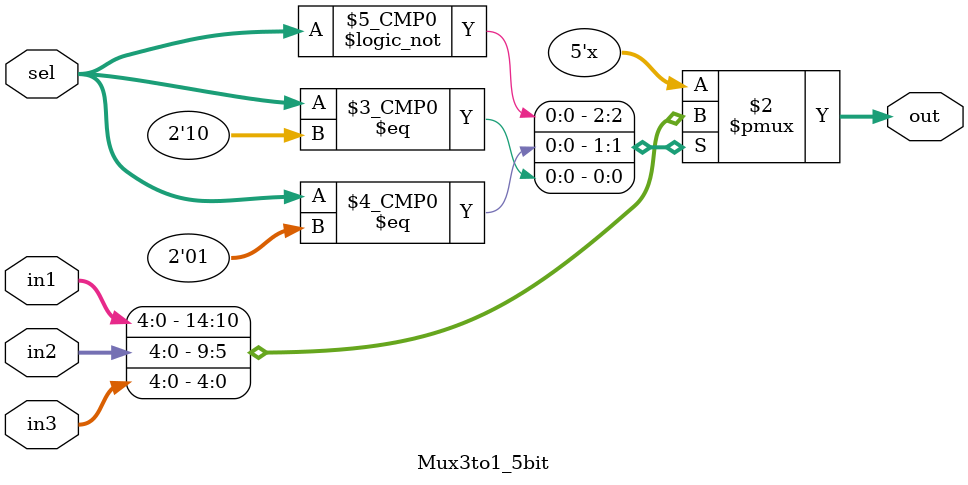
<source format=v>

module Mux2to1_ir (in1 , in2 , sel , out);

input [4:0]in1, in2 ;
input sel ;

output reg [4:0] out ;

always @ (in1 , in2 , sel)
case (sel)
0 : out <= in1;
1 : out <= in2;

endcase


endmodule

module Mux2to1_alu (in1 , in2 , sel , out);

input [31:0]in1, in2 ;
input  sel ;

output reg [31:0] out ;

always @ (in1 , in2 , sel)
case (sel)
0 : out <= in1;
1 : out <= in2;

endcase


endmodule


module Mux3to1_31bit (in1 , in2 , in3, in4 ,sel , out);

input [31:0]in1, in2,in3,in4 ;
input [1:0] sel ;

output reg [31:0] out ;

always @ (in1 , in2 , in3 , in4 , sel) 
case (sel)
2'b00 : out <= in1;
2'b01 : out <= in2;
2'b10 : out <= in3;
2'b11 : out <= in4;

endcase


endmodule







module Mux3to1_5bit (in1 , in2 ,in3, sel , out);

input [4:0]in1, in2, in3 ;
input [1:0] sel ;

output reg [4:0] out ;

always @ (in1 , in2 , in3 , sel)
case (sel)
2'b00 : out <= in1;
2'b01 : out <= in2;
2'b10 : out <= in3;

endcase


endmodule

</source>
